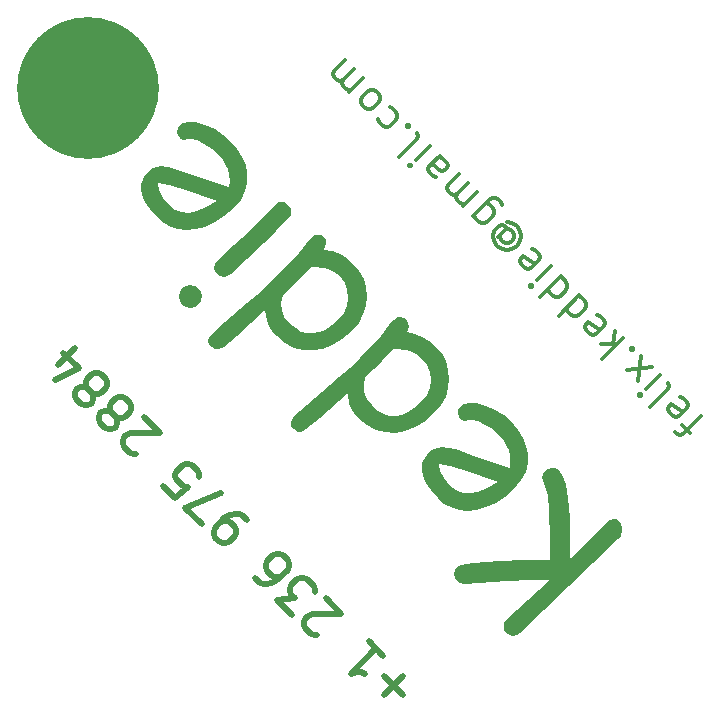
<source format=gtl>
G04 #@! TF.GenerationSoftware,KiCad,Pcbnew,9.0.1-unknown-1000.20250420git906ef8b.fc41*
G04 #@! TF.CreationDate,2025-04-22T06:59:41-07:00*
G04 #@! TF.ProjectId,baggage-label-felix,62616767-6167-4652-9d6c-6162656c2d66,rev?*
G04 #@! TF.SameCoordinates,Original*
G04 #@! TF.FileFunction,Copper,L1,Top*
G04 #@! TF.FilePolarity,Positive*
%FSLAX46Y46*%
G04 Gerber Fmt 4.6, Leading zero omitted, Abs format (unit mm)*
G04 Created by KiCad (PCBNEW 9.0.1-unknown-1000.20250420git906ef8b.fc41) date 2025-04-22 06:59:41*
%MOMM*%
%LPD*%
G01*
G04 APERTURE LIST*
%ADD10C,0.150000*%
%ADD11C,0.500000*%
G04 #@! TA.AperFunction,NonConductor*
%ADD12C,0.500000*%
G04 #@! TD*
%ADD13C,0.300000*%
G04 #@! TA.AperFunction,NonConductor*
%ADD14C,0.300000*%
G04 #@! TD*
G04 #@! TA.AperFunction,ViaPad*
%ADD15C,12.000000*%
G04 #@! TD*
G04 APERTURE END LIST*
D10*
G36*
X99838594Y-92331577D02*
G01*
X100166297Y-92789761D01*
X100455053Y-93539175D01*
X100679355Y-94693686D01*
X100798665Y-96391026D01*
X100785194Y-99870702D01*
X100866539Y-99789358D01*
X103910996Y-96756299D01*
X104214999Y-96525358D01*
X104479068Y-96451153D01*
X104728875Y-96499944D01*
X104989198Y-96686353D01*
X105162336Y-96923762D01*
X105241152Y-97191129D01*
X105227014Y-97504461D01*
X105099973Y-97875443D01*
X104873140Y-98182676D01*
X100732864Y-102161299D01*
X96597770Y-106133704D01*
X96324602Y-106323436D01*
X96009189Y-106391727D01*
X95694327Y-106337672D01*
X95426307Y-106157020D01*
X95241015Y-105883836D01*
X95185900Y-105568438D01*
X95254191Y-105253025D01*
X95443923Y-104979857D01*
X97265105Y-103298567D01*
X99086287Y-101604841D01*
X97501937Y-101606112D01*
X95480191Y-101698102D01*
X91885493Y-101965451D01*
X91498427Y-101923342D01*
X91219194Y-101750950D01*
X91044944Y-101491302D01*
X90981896Y-101165477D01*
X91039677Y-100838001D01*
X91225412Y-100562389D01*
X91562015Y-100393553D01*
X92554102Y-100198698D01*
X94761562Y-100016811D01*
X96927040Y-99946914D01*
X99109603Y-99934949D01*
X99110833Y-98329144D01*
X99030849Y-95655300D01*
X98932925Y-94535648D01*
X98811901Y-93966667D01*
X98602884Y-93439830D01*
X98477612Y-93039576D01*
X98519023Y-92707576D01*
X98718942Y-92407740D01*
X98939411Y-92246708D01*
X99217889Y-92152309D01*
X99561740Y-92163007D01*
X99838594Y-92331577D01*
G37*
G36*
X92876334Y-86657639D02*
G01*
X93665226Y-86884610D01*
X94490594Y-87260668D01*
X95193854Y-87704738D01*
X95788989Y-88215653D01*
X96397616Y-88914856D01*
X96831389Y-89605497D01*
X97112319Y-90294869D01*
X97254225Y-90992762D01*
X97244425Y-91769914D01*
X97058324Y-92503713D01*
X96688394Y-93213106D01*
X96109185Y-93911835D01*
X95307226Y-94614853D01*
X94501107Y-95137410D01*
X93684268Y-95499068D01*
X92847637Y-95712293D01*
X92089440Y-95774332D01*
X91400801Y-95702208D01*
X90766156Y-95503274D01*
X90172719Y-95174977D01*
X89611476Y-94705073D01*
X89015996Y-94028853D01*
X88610733Y-93400825D01*
X88363850Y-92810836D01*
X88262282Y-92244508D01*
X88302733Y-91814496D01*
X89708364Y-91814496D01*
X89817409Y-92423328D01*
X90115296Y-93038176D01*
X90639421Y-93677128D01*
X91147318Y-94061981D01*
X91714567Y-94268515D01*
X92366306Y-94303532D01*
X93024255Y-94178797D01*
X93800528Y-93876096D01*
X94723740Y-93349160D01*
X92094294Y-92419139D01*
X90613416Y-91973888D01*
X89708364Y-91814496D01*
X88302733Y-91814496D01*
X88309657Y-91740894D01*
X88497806Y-91277676D01*
X88841036Y-90838363D01*
X89145423Y-90607380D01*
X89517774Y-90459864D01*
X89976795Y-90399442D01*
X90547196Y-90442003D01*
X91149872Y-90591329D01*
X92427962Y-91019186D01*
X95696246Y-92179769D01*
X95756673Y-91644586D01*
X95727844Y-91136334D01*
X95612311Y-90647178D01*
X95413302Y-90183955D01*
X95122065Y-89728298D01*
X94727366Y-89276239D01*
X94279038Y-88896746D01*
X93637766Y-88488183D01*
X93033801Y-88204010D01*
X92587679Y-88094548D01*
X92255947Y-88108403D01*
X91921923Y-88145370D01*
X91687901Y-88101700D01*
X91522811Y-87994935D01*
X91370496Y-87767152D01*
X91315046Y-87478372D01*
X91363285Y-87189032D01*
X91514003Y-86960255D01*
X91849662Y-86730266D01*
X92289553Y-86622850D01*
X92876334Y-86657639D01*
G37*
G36*
X86729016Y-79429458D02*
G01*
X86967523Y-79593145D01*
X87122076Y-79848701D01*
X87136685Y-80181118D01*
X86973741Y-80641814D01*
X87675444Y-80800125D01*
X88304266Y-81044909D01*
X88879083Y-81384662D01*
X89396975Y-81823640D01*
X89931515Y-82462576D01*
X90299617Y-83132438D01*
X90516846Y-83843561D01*
X90587091Y-84610593D01*
X90507079Y-85394021D01*
X90273016Y-86130553D01*
X89878271Y-86834552D01*
X89304232Y-87516195D01*
X88478724Y-88228575D01*
X87661294Y-88725537D01*
X86842129Y-89034672D01*
X86007970Y-89172098D01*
X85158978Y-89138833D01*
X84377443Y-88932300D01*
X83644267Y-88549924D01*
X82945897Y-87973174D01*
X82527147Y-87499769D01*
X82261909Y-87088468D01*
X82117427Y-86727102D01*
X81972354Y-85782056D01*
X79617225Y-87935984D01*
X78475580Y-88896459D01*
X78075527Y-89097757D01*
X77742576Y-89089411D01*
X77428465Y-88888688D01*
X77229054Y-88614587D01*
X77173395Y-88358219D01*
X77241858Y-88094667D01*
X77463697Y-87798569D01*
X78549002Y-86797577D01*
X80474556Y-85141346D01*
X83336640Y-85141346D01*
X83375416Y-85747860D01*
X83595014Y-86312340D01*
X84016845Y-86855595D01*
X84540795Y-87298556D01*
X85047433Y-87579605D01*
X85546582Y-87723789D01*
X86050974Y-87743648D01*
X86545361Y-87646845D01*
X87071110Y-87424981D01*
X87639980Y-87055072D01*
X88262299Y-86505348D01*
X88676767Y-85972334D01*
X88923896Y-85376416D01*
X89010978Y-84696600D01*
X88931935Y-84015599D01*
X88697092Y-83430339D01*
X88302712Y-82917904D01*
X87793024Y-82503314D01*
X87301191Y-82273884D01*
X86934459Y-82195361D01*
X86179985Y-82108086D01*
X85832846Y-82118449D01*
X84854123Y-83132404D01*
X84180570Y-83794558D01*
X83489402Y-84461893D01*
X83336640Y-85141346D01*
X80474556Y-85141346D01*
X81257870Y-84467592D01*
X82163563Y-83666074D01*
X83033459Y-82830860D01*
X84794591Y-80964810D01*
X85772745Y-79733036D01*
X85894502Y-79587445D01*
X86148497Y-79415533D01*
X86439562Y-79366727D01*
X86729016Y-79429458D01*
G37*
G36*
X79757230Y-72457671D02*
G01*
X79995737Y-72621358D01*
X80150289Y-72876915D01*
X80164898Y-73209331D01*
X80001954Y-73670028D01*
X80703657Y-73828338D01*
X81332479Y-74073123D01*
X81907296Y-74412875D01*
X82425189Y-74851853D01*
X82959729Y-75490789D01*
X83327830Y-76160651D01*
X83545060Y-76871775D01*
X83615304Y-77638806D01*
X83535292Y-78422234D01*
X83301230Y-79158767D01*
X82906485Y-79862765D01*
X82332446Y-80544408D01*
X81506938Y-81256788D01*
X80689508Y-81753750D01*
X79870342Y-82062885D01*
X79036183Y-82200311D01*
X78187191Y-82167047D01*
X77405656Y-81960513D01*
X76672480Y-81578137D01*
X75974110Y-81001388D01*
X75555360Y-80527982D01*
X75290122Y-80116682D01*
X75145640Y-79755315D01*
X75000568Y-78810269D01*
X72645439Y-80964197D01*
X71503794Y-81924673D01*
X71103740Y-82125971D01*
X70770789Y-82117624D01*
X70456679Y-81916901D01*
X70257267Y-81642801D01*
X70201609Y-81386433D01*
X70270071Y-81122881D01*
X70491911Y-80826782D01*
X71577215Y-79825791D01*
X73502771Y-78169559D01*
X76364853Y-78169559D01*
X76403629Y-78776074D01*
X76623227Y-79340554D01*
X77045059Y-79883809D01*
X77569008Y-80326769D01*
X78075646Y-80607818D01*
X78574796Y-80752002D01*
X79079187Y-80771862D01*
X79573575Y-80675058D01*
X80099324Y-80453195D01*
X80668193Y-80083285D01*
X81290512Y-79533561D01*
X81704980Y-79000547D01*
X81952109Y-78404629D01*
X82039191Y-77724814D01*
X81960149Y-77043812D01*
X81725305Y-76458552D01*
X81330925Y-75946117D01*
X80821237Y-75531528D01*
X80329404Y-75302097D01*
X79962673Y-75223574D01*
X79208198Y-75136300D01*
X78861060Y-75146662D01*
X77882336Y-76160617D01*
X77208784Y-76822771D01*
X76517615Y-77490107D01*
X76364853Y-78169559D01*
X73502771Y-78169559D01*
X74286084Y-77495806D01*
X75191776Y-76694287D01*
X76061672Y-75859073D01*
X77822805Y-73993024D01*
X78800958Y-72761250D01*
X78922716Y-72615659D01*
X79176710Y-72443747D01*
X79467775Y-72394941D01*
X79757230Y-72457671D01*
G37*
G36*
X69343763Y-76957482D02*
G01*
X69553077Y-77265722D01*
X69626137Y-77637770D01*
X69557945Y-78010112D01*
X69347908Y-78321167D01*
X69036926Y-78531098D01*
X68665029Y-78598878D01*
X68292535Y-78526184D01*
X67984223Y-78317022D01*
X67775694Y-78009143D01*
X67705476Y-77639324D01*
X67775082Y-77269658D01*
X67985777Y-76959036D01*
X68296472Y-76748235D01*
X68666583Y-76678217D01*
X69035957Y-76748800D01*
X69343763Y-76957482D01*
G37*
G36*
X73781956Y-71998063D02*
G01*
X74803165Y-70936441D01*
X75823338Y-69874818D01*
X76099290Y-69679619D01*
X76397930Y-69613169D01*
X76696041Y-69670643D01*
X76971486Y-69862383D01*
X77159619Y-70133570D01*
X77218628Y-70433867D01*
X77153971Y-70734722D01*
X76959569Y-71011049D01*
X75938878Y-72072154D01*
X74917669Y-73133776D01*
X73500100Y-74436323D01*
X72082013Y-75738352D01*
X71800598Y-75937340D01*
X71499649Y-76002592D01*
X71198908Y-75943943D01*
X70927647Y-75755968D01*
X70740203Y-75485249D01*
X70682060Y-75185003D01*
X70746954Y-74883610D01*
X70945781Y-74602121D01*
X72363869Y-73300092D01*
X73781956Y-71998063D01*
G37*
G36*
X69100966Y-62882271D02*
G01*
X69889858Y-63109242D01*
X70715227Y-63485301D01*
X71418487Y-63929371D01*
X72013621Y-64440286D01*
X72622248Y-65139488D01*
X73056022Y-65830130D01*
X73336952Y-66519501D01*
X73478857Y-67217394D01*
X73469057Y-67994546D01*
X73282957Y-68728346D01*
X72913027Y-69437738D01*
X72333818Y-70136467D01*
X71531859Y-70839485D01*
X70725739Y-71362043D01*
X69908901Y-71723700D01*
X69072269Y-71936925D01*
X68314073Y-71998964D01*
X67625433Y-71926840D01*
X66990788Y-71727906D01*
X66397352Y-71399610D01*
X65836108Y-70929705D01*
X65240628Y-70253486D01*
X64835366Y-69625457D01*
X64588482Y-69035468D01*
X64486915Y-68469140D01*
X64527365Y-68039128D01*
X65932996Y-68039128D01*
X66042041Y-68647961D01*
X66339928Y-69262808D01*
X66864053Y-69901760D01*
X67371950Y-70286614D01*
X67939200Y-70493148D01*
X68590938Y-70528164D01*
X69248887Y-70403429D01*
X70025160Y-70100729D01*
X70948372Y-69573792D01*
X68318927Y-68643771D01*
X66838049Y-68198520D01*
X65932996Y-68039128D01*
X64527365Y-68039128D01*
X64534289Y-67965527D01*
X64722438Y-67502309D01*
X65065668Y-67062995D01*
X65370055Y-66832013D01*
X65742406Y-66684496D01*
X66201427Y-66624074D01*
X66771828Y-66666636D01*
X67374504Y-66815961D01*
X68652594Y-67243818D01*
X71920878Y-68404401D01*
X71981306Y-67869219D01*
X71952476Y-67360967D01*
X71836943Y-66871810D01*
X71637934Y-66408587D01*
X71346697Y-65952931D01*
X70951999Y-65500872D01*
X70503670Y-65121379D01*
X69862398Y-64712815D01*
X69258434Y-64428643D01*
X68812311Y-64319180D01*
X68480579Y-64333035D01*
X68146556Y-64370002D01*
X67912533Y-64326332D01*
X67747443Y-64219568D01*
X67595129Y-63991785D01*
X67539678Y-63703005D01*
X67587918Y-63413664D01*
X67738635Y-63184887D01*
X68074294Y-62954898D01*
X68514186Y-62847483D01*
X69100966Y-62882271D01*
G37*
D11*
D12*
X86690900Y-111381187D02*
X85074656Y-109764943D01*
X86690900Y-109764943D02*
X85074656Y-111381187D01*
X83761458Y-106835501D02*
X84973641Y-108047684D01*
X84367549Y-107441592D02*
X82246229Y-109562913D01*
X82246229Y-109562913D02*
X82751305Y-109461897D01*
X82751305Y-109461897D02*
X83155366Y-109461897D01*
X83155366Y-109461897D02*
X83458412Y-109562913D01*
X79417802Y-106330424D02*
X79215771Y-106330424D01*
X79215771Y-106330424D02*
X78912725Y-106229409D01*
X78912725Y-106229409D02*
X78407649Y-105724333D01*
X78407649Y-105724333D02*
X78306634Y-105421287D01*
X78306634Y-105421287D02*
X78306634Y-105219257D01*
X78306634Y-105219257D02*
X78407649Y-104916211D01*
X78407649Y-104916211D02*
X78609680Y-104714180D01*
X78609680Y-104714180D02*
X79013741Y-104512150D01*
X79013741Y-104512150D02*
X81438107Y-104512150D01*
X81438107Y-104512150D02*
X80124908Y-103198952D01*
X77296481Y-104613165D02*
X75983283Y-103299967D01*
X75983283Y-103299967D02*
X77498512Y-103198952D01*
X77498512Y-103198952D02*
X77195466Y-102895906D01*
X77195466Y-102895906D02*
X77094451Y-102592860D01*
X77094451Y-102592860D02*
X77094451Y-102390829D01*
X77094451Y-102390829D02*
X77195466Y-102087784D01*
X77195466Y-102087784D02*
X77700542Y-101582707D01*
X77700542Y-101582707D02*
X78003588Y-101481692D01*
X78003588Y-101481692D02*
X78205619Y-101481692D01*
X78205619Y-101481692D02*
X78508664Y-101582707D01*
X78508664Y-101582707D02*
X79114756Y-102188799D01*
X79114756Y-102188799D02*
X79215771Y-102491845D01*
X79215771Y-102491845D02*
X79215771Y-102693875D01*
X74165008Y-101481692D02*
X74569069Y-101885753D01*
X74569069Y-101885753D02*
X74872115Y-101986768D01*
X74872115Y-101986768D02*
X75074146Y-101986768D01*
X75074146Y-101986768D02*
X75579222Y-101885753D01*
X75579222Y-101885753D02*
X76084298Y-101582707D01*
X76084298Y-101582707D02*
X76892420Y-100774585D01*
X76892420Y-100774585D02*
X76993435Y-100471540D01*
X76993435Y-100471540D02*
X76993435Y-100269509D01*
X76993435Y-100269509D02*
X76892420Y-99966463D01*
X76892420Y-99966463D02*
X76488359Y-99562402D01*
X76488359Y-99562402D02*
X76185313Y-99461387D01*
X76185313Y-99461387D02*
X75983283Y-99461387D01*
X75983283Y-99461387D02*
X75680237Y-99562402D01*
X75680237Y-99562402D02*
X75175161Y-100067479D01*
X75175161Y-100067479D02*
X75074146Y-100370524D01*
X75074146Y-100370524D02*
X75074146Y-100572555D01*
X75074146Y-100572555D02*
X75175161Y-100875601D01*
X75175161Y-100875601D02*
X75579222Y-101279662D01*
X75579222Y-101279662D02*
X75882268Y-101380677D01*
X75882268Y-101380677D02*
X76084298Y-101380677D01*
X76084298Y-101380677D02*
X76387344Y-101279662D01*
X73457902Y-96531945D02*
X73053841Y-96127884D01*
X73053841Y-96127884D02*
X72750795Y-96026868D01*
X72750795Y-96026868D02*
X72548764Y-96026868D01*
X72548764Y-96026868D02*
X72043688Y-96127884D01*
X72043688Y-96127884D02*
X71538612Y-96430929D01*
X71538612Y-96430929D02*
X70730490Y-97239051D01*
X70730490Y-97239051D02*
X70629474Y-97542097D01*
X70629474Y-97542097D02*
X70629474Y-97744128D01*
X70629474Y-97744128D02*
X70730490Y-98047174D01*
X70730490Y-98047174D02*
X71134551Y-98451235D01*
X71134551Y-98451235D02*
X71437596Y-98552250D01*
X71437596Y-98552250D02*
X71639627Y-98552250D01*
X71639627Y-98552250D02*
X71942673Y-98451235D01*
X71942673Y-98451235D02*
X72447749Y-97946158D01*
X72447749Y-97946158D02*
X72548764Y-97643113D01*
X72548764Y-97643113D02*
X72548764Y-97441082D01*
X72548764Y-97441082D02*
X72447749Y-97138036D01*
X72447749Y-97138036D02*
X72043688Y-96733975D01*
X72043688Y-96733975D02*
X71740642Y-96632960D01*
X71740642Y-96632960D02*
X71538612Y-96632960D01*
X71538612Y-96632960D02*
X71235566Y-96733975D01*
X69619322Y-96936006D02*
X68205108Y-95521792D01*
X68205108Y-95521792D02*
X71235566Y-94309609D01*
X66386834Y-93703517D02*
X67396986Y-94713670D01*
X67396986Y-94713670D02*
X68508154Y-93804533D01*
X68508154Y-93804533D02*
X68306123Y-93804533D01*
X68306123Y-93804533D02*
X68003078Y-93703517D01*
X68003078Y-93703517D02*
X67498001Y-93198441D01*
X67498001Y-93198441D02*
X67396986Y-92895395D01*
X67396986Y-92895395D02*
X67396986Y-92693365D01*
X67396986Y-92693365D02*
X67498001Y-92390319D01*
X67498001Y-92390319D02*
X68003078Y-91885243D01*
X68003078Y-91885243D02*
X68306123Y-91784228D01*
X68306123Y-91784228D02*
X68508154Y-91784228D01*
X68508154Y-91784228D02*
X68811200Y-91885243D01*
X68811200Y-91885243D02*
X69316276Y-92390319D01*
X69316276Y-92390319D02*
X69417291Y-92693365D01*
X69417291Y-92693365D02*
X69417291Y-92895395D01*
X64063483Y-90976106D02*
X63861452Y-90976106D01*
X63861452Y-90976106D02*
X63558407Y-90875090D01*
X63558407Y-90875090D02*
X63053330Y-90370014D01*
X63053330Y-90370014D02*
X62952315Y-90066968D01*
X62952315Y-90066968D02*
X62952315Y-89864938D01*
X62952315Y-89864938D02*
X63053330Y-89561892D01*
X63053330Y-89561892D02*
X63255361Y-89359862D01*
X63255361Y-89359862D02*
X63659422Y-89157831D01*
X63659422Y-89157831D02*
X66083788Y-89157831D01*
X66083788Y-89157831D02*
X64770590Y-87844633D01*
X62346223Y-87844633D02*
X62447239Y-88147678D01*
X62447239Y-88147678D02*
X62447239Y-88349709D01*
X62447239Y-88349709D02*
X62346223Y-88652755D01*
X62346223Y-88652755D02*
X62245208Y-88753770D01*
X62245208Y-88753770D02*
X61942162Y-88854785D01*
X61942162Y-88854785D02*
X61740132Y-88854785D01*
X61740132Y-88854785D02*
X61437086Y-88753770D01*
X61437086Y-88753770D02*
X61033025Y-88349709D01*
X61033025Y-88349709D02*
X60932010Y-88046663D01*
X60932010Y-88046663D02*
X60932010Y-87844633D01*
X60932010Y-87844633D02*
X61033025Y-87541587D01*
X61033025Y-87541587D02*
X61134040Y-87440572D01*
X61134040Y-87440572D02*
X61437086Y-87339556D01*
X61437086Y-87339556D02*
X61639117Y-87339556D01*
X61639117Y-87339556D02*
X61942162Y-87440572D01*
X61942162Y-87440572D02*
X62346223Y-87844633D01*
X62346223Y-87844633D02*
X62649269Y-87945648D01*
X62649269Y-87945648D02*
X62851300Y-87945648D01*
X62851300Y-87945648D02*
X63154345Y-87844633D01*
X63154345Y-87844633D02*
X63558406Y-87440572D01*
X63558406Y-87440572D02*
X63659422Y-87137526D01*
X63659422Y-87137526D02*
X63659422Y-86935495D01*
X63659422Y-86935495D02*
X63558406Y-86632450D01*
X63558406Y-86632450D02*
X63154345Y-86228389D01*
X63154345Y-86228389D02*
X62851300Y-86127373D01*
X62851300Y-86127373D02*
X62649269Y-86127373D01*
X62649269Y-86127373D02*
X62346223Y-86228389D01*
X62346223Y-86228389D02*
X61942162Y-86632450D01*
X61942162Y-86632450D02*
X61841147Y-86935495D01*
X61841147Y-86935495D02*
X61841147Y-87137526D01*
X61841147Y-87137526D02*
X61942162Y-87440572D01*
X60325918Y-85824327D02*
X60426933Y-86127373D01*
X60426933Y-86127373D02*
X60426933Y-86329404D01*
X60426933Y-86329404D02*
X60325918Y-86632449D01*
X60325918Y-86632449D02*
X60224903Y-86733465D01*
X60224903Y-86733465D02*
X59921857Y-86834480D01*
X59921857Y-86834480D02*
X59719827Y-86834480D01*
X59719827Y-86834480D02*
X59416781Y-86733465D01*
X59416781Y-86733465D02*
X59012720Y-86329404D01*
X59012720Y-86329404D02*
X58911705Y-86026358D01*
X58911705Y-86026358D02*
X58911705Y-85824327D01*
X58911705Y-85824327D02*
X59012720Y-85521282D01*
X59012720Y-85521282D02*
X59113735Y-85420266D01*
X59113735Y-85420266D02*
X59416781Y-85319251D01*
X59416781Y-85319251D02*
X59618811Y-85319251D01*
X59618811Y-85319251D02*
X59921857Y-85420266D01*
X59921857Y-85420266D02*
X60325918Y-85824327D01*
X60325918Y-85824327D02*
X60628964Y-85925343D01*
X60628964Y-85925343D02*
X60830994Y-85925343D01*
X60830994Y-85925343D02*
X61134040Y-85824327D01*
X61134040Y-85824327D02*
X61538101Y-85420266D01*
X61538101Y-85420266D02*
X61639116Y-85117221D01*
X61639116Y-85117221D02*
X61639116Y-84915190D01*
X61639116Y-84915190D02*
X61538101Y-84612144D01*
X61538101Y-84612144D02*
X61134040Y-84208083D01*
X61134040Y-84208083D02*
X60830994Y-84107068D01*
X60830994Y-84107068D02*
X60628964Y-84107068D01*
X60628964Y-84107068D02*
X60325918Y-84208083D01*
X60325918Y-84208083D02*
X59921857Y-84612144D01*
X59921857Y-84612144D02*
X59820842Y-84915190D01*
X59820842Y-84915190D02*
X59820842Y-85117221D01*
X59820842Y-85117221D02*
X59921857Y-85420266D01*
X57497491Y-83399961D02*
X58911705Y-81985748D01*
X57194445Y-84713160D02*
X59214750Y-83703007D01*
X59214750Y-83703007D02*
X57901552Y-82389809D01*
D13*
D14*
X110948907Y-89192386D02*
X110275472Y-88518951D01*
X111874880Y-87761337D02*
X110359651Y-89276565D01*
X110359651Y-89276565D02*
X110107113Y-89360745D01*
X110107113Y-89360745D02*
X109854575Y-89276565D01*
X109854575Y-89276565D02*
X109686216Y-89108207D01*
X110107114Y-86161929D02*
X110359652Y-86246108D01*
X110359652Y-86246108D02*
X110696369Y-86582826D01*
X110696369Y-86582826D02*
X110780549Y-86835364D01*
X110780549Y-86835364D02*
X110696369Y-87087902D01*
X110696369Y-87087902D02*
X110022934Y-87761337D01*
X110022934Y-87761337D02*
X109770396Y-87845516D01*
X109770396Y-87845516D02*
X109517858Y-87761337D01*
X109517858Y-87761337D02*
X109181140Y-87424619D01*
X109181140Y-87424619D02*
X109096961Y-87172081D01*
X109096961Y-87172081D02*
X109181140Y-86919543D01*
X109181140Y-86919543D02*
X109349499Y-86751184D01*
X109349499Y-86751184D02*
X110359652Y-87424619D01*
X109096961Y-84983417D02*
X109181140Y-85235956D01*
X109181140Y-85235956D02*
X109096961Y-85488494D01*
X109096961Y-85488494D02*
X107581732Y-87003723D01*
X108423526Y-84309982D02*
X107245015Y-85488494D01*
X106655759Y-86077749D02*
X106824118Y-86077749D01*
X106824118Y-86077749D02*
X106824118Y-85909390D01*
X106824118Y-85909390D02*
X106655759Y-85909390D01*
X106655759Y-85909390D02*
X106655759Y-86077749D01*
X106655759Y-86077749D02*
X106824118Y-85909390D01*
X107750091Y-83636547D02*
X105645607Y-83889086D01*
X106571580Y-84815059D02*
X106824118Y-82710574D01*
X105982324Y-82205498D02*
X105982324Y-82037139D01*
X105982324Y-82037139D02*
X106150682Y-82037139D01*
X106150682Y-82037139D02*
X106150682Y-82205498D01*
X106150682Y-82205498D02*
X105982324Y-82205498D01*
X105982324Y-82205498D02*
X106150682Y-82037139D01*
X105308889Y-81195345D02*
X103541122Y-82963112D01*
X104467095Y-81700421D02*
X104635454Y-80521910D01*
X103456942Y-81700421D02*
X104803813Y-81700421D01*
X103120225Y-79175040D02*
X103372763Y-79259219D01*
X103372763Y-79259219D02*
X103709480Y-79595937D01*
X103709480Y-79595937D02*
X103793660Y-79848475D01*
X103793660Y-79848475D02*
X103709480Y-80101013D01*
X103709480Y-80101013D02*
X103036045Y-80774448D01*
X103036045Y-80774448D02*
X102783507Y-80858627D01*
X102783507Y-80858627D02*
X102530969Y-80774448D01*
X102530969Y-80774448D02*
X102194251Y-80437730D01*
X102194251Y-80437730D02*
X102110072Y-80185192D01*
X102110072Y-80185192D02*
X102194251Y-79932654D01*
X102194251Y-79932654D02*
X102362610Y-79764295D01*
X102362610Y-79764295D02*
X103372763Y-80437730D01*
X101604996Y-77491452D02*
X99837229Y-79259219D01*
X101520817Y-77575632D02*
X101773355Y-77659811D01*
X101773355Y-77659811D02*
X102110072Y-77996529D01*
X102110072Y-77996529D02*
X102194252Y-78249067D01*
X102194252Y-78249067D02*
X102194252Y-78417425D01*
X102194252Y-78417425D02*
X102110072Y-78669964D01*
X102110072Y-78669964D02*
X101604996Y-79175040D01*
X101604996Y-79175040D02*
X101352458Y-79259219D01*
X101352458Y-79259219D02*
X101184099Y-79259219D01*
X101184099Y-79259219D02*
X100931561Y-79175040D01*
X100931561Y-79175040D02*
X100594843Y-78838322D01*
X100594843Y-78838322D02*
X100510664Y-78585784D01*
X100005588Y-75892044D02*
X98237821Y-77659811D01*
X99921408Y-75976223D02*
X100173946Y-76060403D01*
X100173946Y-76060403D02*
X100510664Y-76397120D01*
X100510664Y-76397120D02*
X100594843Y-76649658D01*
X100594843Y-76649658D02*
X100594843Y-76818017D01*
X100594843Y-76818017D02*
X100510664Y-77070555D01*
X100510664Y-77070555D02*
X100005588Y-77575632D01*
X100005588Y-77575632D02*
X99753049Y-77659811D01*
X99753049Y-77659811D02*
X99584691Y-77659811D01*
X99584691Y-77659811D02*
X99332153Y-77575632D01*
X99332153Y-77575632D02*
X98995435Y-77238914D01*
X98995435Y-77238914D02*
X98911256Y-76986376D01*
X99163794Y-75050250D02*
X97985282Y-76228761D01*
X97396027Y-76818017D02*
X97564385Y-76818017D01*
X97564385Y-76818017D02*
X97564385Y-76649658D01*
X97564385Y-76649658D02*
X97396027Y-76649658D01*
X97396027Y-76649658D02*
X97396027Y-76818017D01*
X97396027Y-76818017D02*
X97564385Y-76649658D01*
X97564386Y-73619201D02*
X97816924Y-73703380D01*
X97816924Y-73703380D02*
X98153641Y-74040098D01*
X98153641Y-74040098D02*
X98237821Y-74292636D01*
X98237821Y-74292636D02*
X98153641Y-74545174D01*
X98153641Y-74545174D02*
X97480206Y-75218609D01*
X97480206Y-75218609D02*
X97227668Y-75302788D01*
X97227668Y-75302788D02*
X96975130Y-75218609D01*
X96975130Y-75218609D02*
X96638412Y-74881891D01*
X96638412Y-74881891D02*
X96554233Y-74629353D01*
X96554233Y-74629353D02*
X96638412Y-74376815D01*
X96638412Y-74376815D02*
X96806771Y-74208456D01*
X96806771Y-74208456D02*
X97816924Y-74881891D01*
X94870646Y-72440689D02*
X94870646Y-72609048D01*
X94870646Y-72609048D02*
X94954825Y-72861586D01*
X94954825Y-72861586D02*
X95123184Y-73029945D01*
X95123184Y-73029945D02*
X95375722Y-73114125D01*
X95375722Y-73114125D02*
X95544081Y-73114125D01*
X95544081Y-73114125D02*
X95796619Y-73029945D01*
X95796619Y-73029945D02*
X95964977Y-72861586D01*
X95964977Y-72861586D02*
X96049157Y-72609048D01*
X96049157Y-72609048D02*
X96049157Y-72440689D01*
X96049157Y-72440689D02*
X95964977Y-72188151D01*
X95964977Y-72188151D02*
X95796619Y-72019793D01*
X95796619Y-72019793D02*
X95544081Y-71935613D01*
X95544081Y-71935613D02*
X95375722Y-71935613D01*
X94702287Y-72609048D02*
X95375722Y-71935613D01*
X95375722Y-71935613D02*
X95375722Y-71767254D01*
X95375722Y-71767254D02*
X95291542Y-71683075D01*
X95291542Y-71683075D02*
X95039004Y-71598896D01*
X95039004Y-71598896D02*
X94786466Y-71683075D01*
X94786466Y-71683075D02*
X94365569Y-72103972D01*
X94365569Y-72103972D02*
X94281390Y-72524869D01*
X94281390Y-72524869D02*
X94365569Y-72945766D01*
X94365569Y-72945766D02*
X94618107Y-73366663D01*
X94618107Y-73366663D02*
X95039004Y-73619201D01*
X95039004Y-73619201D02*
X95459901Y-73703380D01*
X95459901Y-73703380D02*
X95880798Y-73619201D01*
X95880798Y-73619201D02*
X96301695Y-73366663D01*
X96301695Y-73366663D02*
X96554233Y-72945766D01*
X96554233Y-72945766D02*
X96638412Y-72524869D01*
X96638412Y-72524869D02*
X96554233Y-72103972D01*
X96554233Y-72103972D02*
X96301695Y-71683075D01*
X96301695Y-71683075D02*
X95880798Y-71430537D01*
X95880798Y-71430537D02*
X95459901Y-71346358D01*
X92597802Y-70841281D02*
X94028852Y-69410232D01*
X94028852Y-69410232D02*
X94281390Y-69326052D01*
X94281390Y-69326052D02*
X94449748Y-69326052D01*
X94449748Y-69326052D02*
X94702287Y-69410232D01*
X94702287Y-69410232D02*
X94954825Y-69662770D01*
X94954825Y-69662770D02*
X95039004Y-69915308D01*
X93692134Y-69746949D02*
X93944672Y-69831129D01*
X93944672Y-69831129D02*
X94281390Y-70167846D01*
X94281390Y-70167846D02*
X94365569Y-70420384D01*
X94365569Y-70420384D02*
X94365569Y-70588743D01*
X94365569Y-70588743D02*
X94281390Y-70841281D01*
X94281390Y-70841281D02*
X93776313Y-71346357D01*
X93776313Y-71346357D02*
X93523775Y-71430537D01*
X93523775Y-71430537D02*
X93355417Y-71430537D01*
X93355417Y-71430537D02*
X93102878Y-71346357D01*
X93102878Y-71346357D02*
X92766161Y-71009640D01*
X92766161Y-71009640D02*
X92681981Y-70757102D01*
X92934519Y-68820976D02*
X91756008Y-69999487D01*
X91924367Y-69831128D02*
X91756008Y-69831128D01*
X91756008Y-69831128D02*
X91503470Y-69746949D01*
X91503470Y-69746949D02*
X91250932Y-69494411D01*
X91250932Y-69494411D02*
X91166752Y-69241873D01*
X91166752Y-69241873D02*
X91250932Y-68989335D01*
X91250932Y-68989335D02*
X92176905Y-68063361D01*
X91250932Y-68989335D02*
X90998394Y-69073514D01*
X90998394Y-69073514D02*
X90745856Y-68989335D01*
X90745856Y-68989335D02*
X90493317Y-68736796D01*
X90493317Y-68736796D02*
X90409138Y-68484258D01*
X90409138Y-68484258D02*
X90493317Y-68231720D01*
X90493317Y-68231720D02*
X91419291Y-67305747D01*
X89819883Y-65706339D02*
X88893909Y-66632312D01*
X88893909Y-66632312D02*
X88809730Y-66884850D01*
X88809730Y-66884850D02*
X88893909Y-67137389D01*
X88893909Y-67137389D02*
X89230627Y-67474106D01*
X89230627Y-67474106D02*
X89483165Y-67558285D01*
X89735703Y-65790518D02*
X89988241Y-65874698D01*
X89988241Y-65874698D02*
X90409138Y-66295595D01*
X90409138Y-66295595D02*
X90493318Y-66548133D01*
X90493318Y-66548133D02*
X90409138Y-66800671D01*
X90409138Y-66800671D02*
X90240780Y-66969030D01*
X90240780Y-66969030D02*
X89988241Y-67053209D01*
X89988241Y-67053209D02*
X89735703Y-66969030D01*
X89735703Y-66969030D02*
X89314806Y-66548133D01*
X89314806Y-66548133D02*
X89062268Y-66463953D01*
X88978089Y-64864545D02*
X87799577Y-66043056D01*
X87210322Y-66632312D02*
X87378681Y-66632312D01*
X87378681Y-66632312D02*
X87378681Y-66463953D01*
X87378681Y-66463953D02*
X87210322Y-66463953D01*
X87210322Y-66463953D02*
X87210322Y-66632312D01*
X87210322Y-66632312D02*
X87378681Y-66463953D01*
X87883757Y-63770213D02*
X87967936Y-64022751D01*
X87967936Y-64022751D02*
X87883757Y-64275290D01*
X87883757Y-64275290D02*
X86368528Y-65790518D01*
X87041963Y-63265137D02*
X87041963Y-63096778D01*
X87041963Y-63096778D02*
X87210322Y-63096778D01*
X87210322Y-63096778D02*
X87210322Y-63265137D01*
X87210322Y-63265137D02*
X87041963Y-63265137D01*
X87041963Y-63265137D02*
X87210322Y-63096778D01*
X85526734Y-61581549D02*
X85779272Y-61665729D01*
X85779272Y-61665729D02*
X86115990Y-62002446D01*
X86115990Y-62002446D02*
X86200169Y-62254985D01*
X86200169Y-62254985D02*
X86200169Y-62423343D01*
X86200169Y-62423343D02*
X86115990Y-62675881D01*
X86115990Y-62675881D02*
X85610914Y-63180958D01*
X85610914Y-63180958D02*
X85358376Y-63265137D01*
X85358376Y-63265137D02*
X85190017Y-63265137D01*
X85190017Y-63265137D02*
X84937479Y-63180958D01*
X84937479Y-63180958D02*
X84600761Y-62844240D01*
X84600761Y-62844240D02*
X84516582Y-62591702D01*
X84600761Y-60487218D02*
X84684941Y-60739756D01*
X84684941Y-60739756D02*
X84684941Y-60908115D01*
X84684941Y-60908115D02*
X84600761Y-61160653D01*
X84600761Y-61160653D02*
X84095685Y-61665729D01*
X84095685Y-61665729D02*
X83843147Y-61749908D01*
X83843147Y-61749908D02*
X83674788Y-61749908D01*
X83674788Y-61749908D02*
X83422250Y-61665729D01*
X83422250Y-61665729D02*
X83169712Y-61413191D01*
X83169712Y-61413191D02*
X83085532Y-61160653D01*
X83085532Y-61160653D02*
X83085532Y-60992294D01*
X83085532Y-60992294D02*
X83169712Y-60739756D01*
X83169712Y-60739756D02*
X83674788Y-60234680D01*
X83674788Y-60234680D02*
X83927326Y-60150500D01*
X83927326Y-60150500D02*
X84095685Y-60150500D01*
X84095685Y-60150500D02*
X84348223Y-60234680D01*
X84348223Y-60234680D02*
X84600761Y-60487218D01*
X83253891Y-59140347D02*
X82075380Y-60318859D01*
X82243738Y-60150500D02*
X82075380Y-60150500D01*
X82075380Y-60150500D02*
X81822842Y-60066321D01*
X81822842Y-60066321D02*
X81570303Y-59813782D01*
X81570303Y-59813782D02*
X81486124Y-59561244D01*
X81486124Y-59561244D02*
X81570303Y-59308706D01*
X81570303Y-59308706D02*
X82496277Y-58382733D01*
X81570303Y-59308706D02*
X81317765Y-59392886D01*
X81317765Y-59392886D02*
X81065227Y-59308706D01*
X81065227Y-59308706D02*
X80812689Y-59056168D01*
X80812689Y-59056168D02*
X80728510Y-58803630D01*
X80728510Y-58803630D02*
X80812689Y-58551092D01*
X80812689Y-58551092D02*
X81738662Y-57625119D01*
D15*
G04 #@! TO.N,*
X60000000Y-60000000D03*
G04 #@! TD*
M02*

</source>
